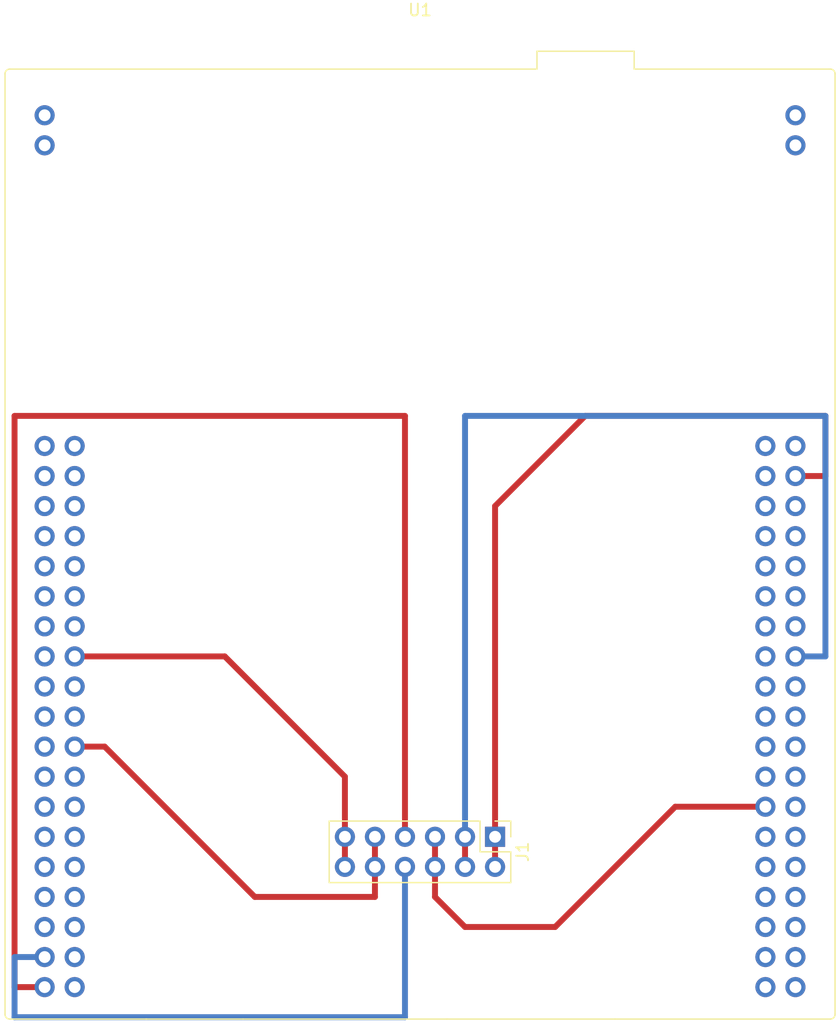
<source format=kicad_pcb>
(kicad_pcb (version 20171130) (host pcbnew 5.1.6-c6e7f7d~87~ubuntu18.04.1)

  (general
    (thickness 1.6)
    (drawings 0)
    (tracks 38)
    (zones 0)
    (modules 2)
    (nets 81)
  )

  (page A4)
  (layers
    (0 F.Cu signal)
    (31 B.Cu signal)
    (32 B.Adhes user)
    (33 F.Adhes user)
    (34 B.Paste user)
    (35 F.Paste user)
    (36 B.SilkS user)
    (37 F.SilkS user)
    (38 B.Mask user)
    (39 F.Mask user)
    (40 Dwgs.User user)
    (41 Cmts.User user)
    (42 Eco1.User user)
    (43 Eco2.User user)
    (44 Edge.Cuts user)
    (45 Margin user)
    (46 B.CrtYd user)
    (47 F.CrtYd user)
    (48 B.Fab user hide)
    (49 F.Fab user hide)
  )

  (setup
    (last_trace_width 0.25)
    (user_trace_width 0.5)
    (trace_clearance 0.2)
    (zone_clearance 0.508)
    (zone_45_only no)
    (trace_min 0.2)
    (via_size 0.8)
    (via_drill 0.4)
    (via_min_size 0.4)
    (via_min_drill 0.3)
    (uvia_size 0.3)
    (uvia_drill 0.1)
    (uvias_allowed no)
    (uvia_min_size 0.2)
    (uvia_min_drill 0.1)
    (edge_width 0.05)
    (segment_width 0.2)
    (pcb_text_width 0.3)
    (pcb_text_size 1.5 1.5)
    (mod_edge_width 0.12)
    (mod_text_size 1 1)
    (mod_text_width 0.15)
    (pad_size 1.524 1.524)
    (pad_drill 0.762)
    (pad_to_mask_clearance 0.05)
    (aux_axis_origin 0 0)
    (visible_elements FFFFFF7F)
    (pcbplotparams
      (layerselection 0x010fc_ffffffff)
      (usegerberextensions false)
      (usegerberattributes true)
      (usegerberadvancedattributes true)
      (creategerberjobfile true)
      (excludeedgelayer true)
      (linewidth 0.100000)
      (plotframeref false)
      (viasonmask false)
      (mode 1)
      (useauxorigin false)
      (hpglpennumber 1)
      (hpglpenspeed 20)
      (hpglpendiameter 15.000000)
      (psnegative false)
      (psa4output false)
      (plotreference true)
      (plotvalue true)
      (plotinvisibletext false)
      (padsonsilk false)
      (subtractmaskfromsilk false)
      (outputformat 1)
      (mirror false)
      (drillshape 1)
      (scaleselection 1)
      (outputdirectory ""))
  )

  (net 0 "")
  (net 1 GNDS)
  (net 2 +3V3)
  (net 3 /I2S_OUT)
  (net 4 /I2S_IN)
  (net 5 /I2S_SCLK)
  (net 6 /I2S_LRCK)
  (net 7 /I2S_MCLK)
  (net 8 "Net-(U1-Pad80)")
  (net 9 "Net-(U1-Pad79)")
  (net 10 "Net-(U1-Pad76)")
  (net 11 "Net-(U1-Pad75)")
  (net 12 "Net-(U1-Pad74)")
  (net 13 "Net-(U1-Pad73)")
  (net 14 "Net-(U1-Pad72)")
  (net 15 "Net-(U1-Pad71)")
  (net 16 "Net-(U1-Pad70)")
  (net 17 "Net-(U1-Pad69)")
  (net 18 "Net-(U1-Pad68)")
  (net 19 "Net-(U1-Pad67)")
  (net 20 "Net-(U1-Pad66)")
  (net 21 "Net-(U1-Pad65)")
  (net 22 "Net-(U1-Pad64)")
  (net 23 "Net-(U1-Pad62)")
  (net 24 "Net-(U1-Pad61)")
  (net 25 "Net-(U1-Pad60)")
  (net 26 "Net-(U1-Pad59)")
  (net 27 "Net-(U1-Pad58)")
  (net 28 "Net-(U1-Pad57)")
  (net 29 "Net-(U1-Pad56)")
  (net 30 "Net-(U1-Pad55)")
  (net 31 "Net-(U1-Pad53)")
  (net 32 "Net-(U1-Pad52)")
  (net 33 "Net-(U1-Pad51)")
  (net 34 "Net-(U1-Pad50)")
  (net 35 "Net-(U1-Pad49)")
  (net 36 "Net-(U1-Pad48)")
  (net 37 "Net-(U1-Pad47)")
  (net 38 "Net-(U1-Pad46)")
  (net 39 "Net-(U1-Pad45)")
  (net 40 "Net-(U1-Pad44)")
  (net 41 "Net-(U1-Pad43)")
  (net 42 "Net-(U1-Pad41)")
  (net 43 "Net-(U1-Pad40)")
  (net 44 "Net-(U1-Pad39)")
  (net 45 "Net-(U1-Pad38)")
  (net 46 "Net-(U1-Pad36)")
  (net 47 "Net-(U1-Pad34)")
  (net 48 "Net-(U1-Pad33)")
  (net 49 "Net-(U1-Pad32)")
  (net 50 "Net-(U1-Pad31)")
  (net 51 "Net-(U1-Pad30)")
  (net 52 "Net-(U1-Pad29)")
  (net 53 "Net-(U1-Pad28)")
  (net 54 "Net-(U1-Pad27)")
  (net 55 "Net-(U1-Pad26)")
  (net 56 "Net-(U1-Pad25)")
  (net 57 "Net-(U1-Pad24)")
  (net 58 "Net-(U1-Pad23)")
  (net 59 "Net-(U1-Pad21)")
  (net 60 "Net-(U1-Pad20)")
  (net 61 "Net-(U1-Pad19)")
  (net 62 "Net-(U1-Pad18)")
  (net 63 "Net-(U1-Pad17)")
  (net 64 "Net-(U1-Pad15)")
  (net 65 "Net-(U1-Pad14)")
  (net 66 "Net-(U1-Pad13)")
  (net 67 "Net-(U1-Pad12)")
  (net 68 "Net-(U1-Pad11)")
  (net 69 "Net-(U1-Pad10)")
  (net 70 "Net-(U1-Pad9)")
  (net 71 "Net-(U1-Pad8)")
  (net 72 "Net-(U1-Pad7)")
  (net 73 "Net-(U1-Pad6)")
  (net 74 "Net-(U1-Pad5)")
  (net 75 "Net-(U1-Pad4)")
  (net 76 "Net-(U1-Pad3)")
  (net 77 "Net-(U1-Pad2)")
  (net 78 "Net-(U1-Pad1)")
  (net 79 "Net-(U1-Pad78)")
  (net 80 "Net-(U1-Pad77)")

  (net_class Default "This is the default net class."
    (clearance 0.2)
    (trace_width 0.25)
    (via_dia 0.8)
    (via_drill 0.4)
    (uvia_dia 0.3)
    (uvia_drill 0.1)
    (add_net +3V3)
    (add_net /I2S_IN)
    (add_net /I2S_LRCK)
    (add_net /I2S_MCLK)
    (add_net /I2S_OUT)
    (add_net /I2S_SCLK)
    (add_net GNDS)
    (add_net "Net-(U1-Pad1)")
    (add_net "Net-(U1-Pad10)")
    (add_net "Net-(U1-Pad11)")
    (add_net "Net-(U1-Pad12)")
    (add_net "Net-(U1-Pad13)")
    (add_net "Net-(U1-Pad14)")
    (add_net "Net-(U1-Pad15)")
    (add_net "Net-(U1-Pad17)")
    (add_net "Net-(U1-Pad18)")
    (add_net "Net-(U1-Pad19)")
    (add_net "Net-(U1-Pad2)")
    (add_net "Net-(U1-Pad20)")
    (add_net "Net-(U1-Pad21)")
    (add_net "Net-(U1-Pad23)")
    (add_net "Net-(U1-Pad24)")
    (add_net "Net-(U1-Pad25)")
    (add_net "Net-(U1-Pad26)")
    (add_net "Net-(U1-Pad27)")
    (add_net "Net-(U1-Pad28)")
    (add_net "Net-(U1-Pad29)")
    (add_net "Net-(U1-Pad3)")
    (add_net "Net-(U1-Pad30)")
    (add_net "Net-(U1-Pad31)")
    (add_net "Net-(U1-Pad32)")
    (add_net "Net-(U1-Pad33)")
    (add_net "Net-(U1-Pad34)")
    (add_net "Net-(U1-Pad36)")
    (add_net "Net-(U1-Pad38)")
    (add_net "Net-(U1-Pad39)")
    (add_net "Net-(U1-Pad4)")
    (add_net "Net-(U1-Pad40)")
    (add_net "Net-(U1-Pad41)")
    (add_net "Net-(U1-Pad43)")
    (add_net "Net-(U1-Pad44)")
    (add_net "Net-(U1-Pad45)")
    (add_net "Net-(U1-Pad46)")
    (add_net "Net-(U1-Pad47)")
    (add_net "Net-(U1-Pad48)")
    (add_net "Net-(U1-Pad49)")
    (add_net "Net-(U1-Pad5)")
    (add_net "Net-(U1-Pad50)")
    (add_net "Net-(U1-Pad51)")
    (add_net "Net-(U1-Pad52)")
    (add_net "Net-(U1-Pad53)")
    (add_net "Net-(U1-Pad55)")
    (add_net "Net-(U1-Pad56)")
    (add_net "Net-(U1-Pad57)")
    (add_net "Net-(U1-Pad58)")
    (add_net "Net-(U1-Pad59)")
    (add_net "Net-(U1-Pad6)")
    (add_net "Net-(U1-Pad60)")
    (add_net "Net-(U1-Pad61)")
    (add_net "Net-(U1-Pad62)")
    (add_net "Net-(U1-Pad64)")
    (add_net "Net-(U1-Pad65)")
    (add_net "Net-(U1-Pad66)")
    (add_net "Net-(U1-Pad67)")
    (add_net "Net-(U1-Pad68)")
    (add_net "Net-(U1-Pad69)")
    (add_net "Net-(U1-Pad7)")
    (add_net "Net-(U1-Pad70)")
    (add_net "Net-(U1-Pad71)")
    (add_net "Net-(U1-Pad72)")
    (add_net "Net-(U1-Pad73)")
    (add_net "Net-(U1-Pad74)")
    (add_net "Net-(U1-Pad75)")
    (add_net "Net-(U1-Pad76)")
    (add_net "Net-(U1-Pad77)")
    (add_net "Net-(U1-Pad78)")
    (add_net "Net-(U1-Pad79)")
    (add_net "Net-(U1-Pad8)")
    (add_net "Net-(U1-Pad80)")
    (add_net "Net-(U1-Pad9)")
  )

  (module ST_Nucleo:ST_Morpho_Connector_64_STLink (layer F.Cu) (tedit 5F4AB4ED) (tstamp 5F4B66D3)
    (at 76.204 78.7395)
    (descr "ST Morpho Connector 64 With STLink")
    (tags "ST Morpho Connector 64 STLink")
    (path /5F55E3DE)
    (fp_text reference U1 (at 31.75 -36.83) (layer F.SilkS)
      (effects (font (size 1 1) (thickness 0.15)))
    )
    (fp_text value NUCLEO64-F411RE (at 31.75 -35.56) (layer F.Fab)
      (effects (font (size 1 1) (thickness 0.15)))
    )
    (fp_line (start 66.45 48.32) (end -2.95 48.32) (layer F.Fab) (width 0.1))
    (fp_line (start -3.25 48.02) (end -3.25 -31.44) (layer F.Fab) (width 0.1))
    (fp_line (start 66.75 48.02) (end 66.75 -31.44) (layer F.Fab) (width 0.1))
    (fp_line (start 66.45 -31.74) (end -2.95 -31.74) (layer F.Fab) (width 0.1))
    (fp_line (start 48.26 48.42) (end 66.45 48.42) (layer F.SilkS) (width 0.12))
    (fp_line (start 66.85 48.02) (end 66.85 -31.44) (layer F.SilkS) (width 0.12))
    (fp_line (start 41.64 -31.84) (end -2.95 -31.84) (layer F.SilkS) (width 0.12))
    (fp_line (start -3.35 -31.44) (end -3.35 48.02) (layer F.SilkS) (width 0.12))
    (fp_line (start 50.25 -32.24) (end 67.25 -32.24) (layer F.CrtYd) (width 0.05))
    (fp_line (start -3.75 -32.24) (end -3.75 48.82) (layer F.CrtYd) (width 0.05))
    (fp_line (start 67.25 48.82) (end 67.25 -32.24) (layer F.CrtYd) (width 0.05))
    (fp_line (start 67.25 48.82) (end 48.65 48.82) (layer F.CrtYd) (width 0.05))
    (fp_line (start 48.26 48.42) (end 34.04 48.42) (layer F.SilkS) (width 0.12))
    (fp_line (start 8.64 48.42) (end -2.95 48.42) (layer F.SilkS) (width 0.12))
    (fp_line (start 33.66 48.82) (end 48.65 48.82) (layer F.CrtYd) (width 0.05))
    (fp_line (start -3.75 48.82) (end 8.25 48.82) (layer F.CrtYd) (width 0.05))
    (fp_line (start 41.75 -27.74) (end 49.75 -27.74) (layer F.Fab) (width 0.12))
    (fp_line (start 41.75 -33.24) (end 49.75 -33.24) (layer F.Fab) (width 0.12))
    (fp_line (start 49.75 -33.24) (end 49.75 -27.74) (layer F.Fab) (width 0.12))
    (fp_line (start 34.04 48.42) (end 16.7838 48.42124) (layer F.SilkS) (width 0.12))
    (fp_line (start 8.5638 48.42124) (end 16.7838 48.42124) (layer F.SilkS) (width 0.12))
    (fp_line (start 41.64 -31.84) (end 41.64 -33.35) (layer F.SilkS) (width 0.12))
    (fp_line (start 41.64 -33.35) (end 49.86 -33.35) (layer F.SilkS) (width 0.12))
    (fp_line (start 49.86 -33.35) (end 49.86 -31.84) (layer F.SilkS) (width 0.12))
    (fp_line (start 49.86 -31.84) (end 66.45 -31.84) (layer F.SilkS) (width 0.12))
    (fp_line (start 41.75 -27.74) (end 41.75 -33.24) (layer F.Fab) (width 0.12))
    (fp_line (start 8.1738 48.82124) (end 17.1738 48.82124) (layer F.CrtYd) (width 0.05))
    (fp_line (start 17.1738 48.82124) (end 33.66 48.82) (layer F.CrtYd) (width 0.05))
    (fp_line (start 41.25 -33.74) (end 50.25 -33.74) (layer F.CrtYd) (width 0.05))
    (fp_line (start 50.25 -32.24) (end 50.25 -33.74) (layer F.CrtYd) (width 0.05))
    (fp_line (start 41.25 -32.24) (end 41.25 -33.74) (layer F.CrtYd) (width 0.05))
    (fp_line (start 41.25 -32.24) (end -3.75 -32.24) (layer F.CrtYd) (width 0.05))
    (fp_arc (start 66.45 48.02) (end 66.85 48.02) (angle 90) (layer F.SilkS) (width 0.12))
    (fp_arc (start -2.95 48.02) (end -2.95 48.42) (angle 90) (layer F.SilkS) (width 0.12))
    (fp_arc (start -2.95 -31.44) (end -3.35 -31.44) (angle 90) (layer F.SilkS) (width 0.12))
    (fp_arc (start 66.45 -31.44) (end 66.45 -31.84) (angle 90) (layer F.SilkS) (width 0.12))
    (fp_arc (start 66.45 -31.44) (end 66.45 -31.74) (angle 90) (layer F.Fab) (width 0.1))
    (fp_arc (start -2.95 -31.44) (end -3.25 -31.44) (angle 90) (layer F.Fab) (width 0.1))
    (fp_arc (start 66.45 48.02) (end 66.75 48.02) (angle 90) (layer F.Fab) (width 0.1))
    (fp_arc (start -2.95 48.02) (end -2.95 48.32) (angle 90) (layer F.Fab) (width 0.1))
    (fp_text user %R (at 31.75 34.96) (layer F.Fab)
      (effects (font (size 1 1) (thickness 0.15)))
    )
    (pad 3 thru_hole circle (at 0 2.54) (size 1.7 1.7) (drill 1) (layers *.Cu *.Mask)
      (net 76 "Net-(U1-Pad3)"))
    (pad 1 thru_hole circle (at 0 0) (size 1.7 1.7) (drill 1) (layers *.Cu *.Mask)
      (net 78 "Net-(U1-Pad1)"))
    (pad 79 thru_hole circle (at 63.5 -27.94) (size 1.7 1.7) (drill 1) (layers *.Cu *.Mask)
      (net 9 "Net-(U1-Pad79)"))
    (pad 80 thru_hole circle (at 63.5 -25.4) (size 1.7 1.7) (drill 1) (layers *.Cu *.Mask)
      (net 8 "Net-(U1-Pad80)"))
    (pad 76 thru_hole circle (at 63.5 45.72) (size 1.7 1.7) (drill 1) (layers *.Cu *.Mask)
      (net 10 "Net-(U1-Pad76)"))
    (pad 75 thru_hole circle (at 60.96 45.72) (size 1.7 1.7) (drill 1) (layers *.Cu *.Mask)
      (net 11 "Net-(U1-Pad75)"))
    (pad 74 thru_hole circle (at 63.5 43.18) (size 1.7 1.7) (drill 1) (layers *.Cu *.Mask)
      (net 12 "Net-(U1-Pad74)"))
    (pad 73 thru_hole circle (at 60.96 43.18) (size 1.7 1.7) (drill 1) (layers *.Cu *.Mask)
      (net 13 "Net-(U1-Pad73)"))
    (pad 72 thru_hole circle (at 63.49746 40.64) (size 1.7 1.7) (drill 1) (layers *.Cu *.Mask)
      (net 14 "Net-(U1-Pad72)"))
    (pad 71 thru_hole circle (at 60.95746 40.64) (size 1.7 1.7) (drill 1) (layers *.Cu *.Mask)
      (net 15 "Net-(U1-Pad71)"))
    (pad 70 thru_hole circle (at 63.49746 38.1) (size 1.7 1.7) (drill 1) (layers *.Cu *.Mask)
      (net 16 "Net-(U1-Pad70)"))
    (pad 69 thru_hole circle (at 60.95746 38.1) (size 1.7 1.7) (drill 1) (layers *.Cu *.Mask)
      (net 17 "Net-(U1-Pad69)"))
    (pad 68 thru_hole circle (at 63.49746 35.56) (size 1.7 1.7) (drill 1) (layers *.Cu *.Mask)
      (net 18 "Net-(U1-Pad68)"))
    (pad 67 thru_hole circle (at 60.95746 35.56) (size 1.7 1.7) (drill 1) (layers *.Cu *.Mask)
      (net 19 "Net-(U1-Pad67)"))
    (pad 66 thru_hole circle (at 63.49746 33.02) (size 1.7 1.7) (drill 1) (layers *.Cu *.Mask)
      (net 20 "Net-(U1-Pad66)"))
    (pad 65 thru_hole circle (at 60.95746 33.02) (size 1.7 1.7) (drill 1) (layers *.Cu *.Mask)
      (net 21 "Net-(U1-Pad65)"))
    (pad 64 thru_hole circle (at 63.49746 30.48) (size 1.7 1.7) (drill 1) (layers *.Cu *.Mask)
      (net 22 "Net-(U1-Pad64)"))
    (pad 63 thru_hole circle (at 60.95746 30.48) (size 1.7 1.7) (drill 1) (layers *.Cu *.Mask)
      (net 5 /I2S_SCLK))
    (pad 62 thru_hole circle (at 63.49746 27.94) (size 1.7 1.7) (drill 1) (layers *.Cu *.Mask)
      (net 23 "Net-(U1-Pad62)"))
    (pad 61 thru_hole circle (at 60.95746 27.94) (size 1.7 1.7) (drill 1) (layers *.Cu *.Mask)
      (net 24 "Net-(U1-Pad61)"))
    (pad 60 thru_hole circle (at 63.49746 25.4) (size 1.7 1.7) (drill 1) (layers *.Cu *.Mask)
      (net 25 "Net-(U1-Pad60)"))
    (pad 59 thru_hole circle (at 60.95746 25.4) (size 1.7 1.7) (drill 1) (layers *.Cu *.Mask)
      (net 26 "Net-(U1-Pad59)"))
    (pad 58 thru_hole circle (at 63.49746 22.86) (size 1.7 1.7) (drill 1) (layers *.Cu *.Mask)
      (net 27 "Net-(U1-Pad58)"))
    (pad 57 thru_hole circle (at 60.95746 22.86) (size 1.7 1.7) (drill 1) (layers *.Cu *.Mask)
      (net 28 "Net-(U1-Pad57)"))
    (pad 56 thru_hole circle (at 63.49746 20.32) (size 1.7 1.7) (drill 1) (layers *.Cu *.Mask)
      (net 29 "Net-(U1-Pad56)"))
    (pad 55 thru_hole circle (at 60.95746 20.32) (size 1.7 1.7) (drill 1) (layers *.Cu *.Mask)
      (net 30 "Net-(U1-Pad55)"))
    (pad 54 thru_hole circle (at 63.49746 17.78) (size 1.7 1.7) (drill 1) (layers *.Cu *.Mask)
      (net 6 /I2S_LRCK))
    (pad 53 thru_hole circle (at 60.95746 17.78) (size 1.7 1.7) (drill 1) (layers *.Cu *.Mask)
      (net 31 "Net-(U1-Pad53)"))
    (pad 52 thru_hole circle (at 63.49746 15.24) (size 1.7 1.7) (drill 1) (layers *.Cu *.Mask)
      (net 32 "Net-(U1-Pad52)"))
    (pad 51 thru_hole circle (at 60.95746 15.24) (size 1.7 1.7) (drill 1) (layers *.Cu *.Mask)
      (net 33 "Net-(U1-Pad51)"))
    (pad 50 thru_hole circle (at 63.49746 12.7) (size 1.7 1.7) (drill 1) (layers *.Cu *.Mask)
      (net 34 "Net-(U1-Pad50)"))
    (pad 49 thru_hole circle (at 60.95746 12.7) (size 1.7 1.7) (drill 1) (layers *.Cu *.Mask)
      (net 35 "Net-(U1-Pad49)"))
    (pad 48 thru_hole circle (at 63.49746 10.16) (size 1.7 1.7) (drill 1) (layers *.Cu *.Mask)
      (net 36 "Net-(U1-Pad48)"))
    (pad 47 thru_hole circle (at 60.95746 10.16) (size 1.7 1.7) (drill 1) (layers *.Cu *.Mask)
      (net 37 "Net-(U1-Pad47)"))
    (pad 46 thru_hole circle (at 63.49746 7.62) (size 1.7 1.7) (drill 1) (layers *.Cu *.Mask)
      (net 38 "Net-(U1-Pad46)"))
    (pad 45 thru_hole circle (at 60.95746 7.62) (size 1.7 1.7) (drill 1) (layers *.Cu *.Mask)
      (net 39 "Net-(U1-Pad45)"))
    (pad 44 thru_hole circle (at 63.49746 5.08) (size 1.7 1.7) (drill 1) (layers *.Cu *.Mask)
      (net 40 "Net-(U1-Pad44)"))
    (pad 43 thru_hole circle (at 60.95746 5.08) (size 1.7 1.7) (drill 1) (layers *.Cu *.Mask)
      (net 41 "Net-(U1-Pad43)"))
    (pad 42 thru_hole circle (at 63.49746 2.54) (size 1.7 1.7) (drill 1) (layers *.Cu *.Mask)
      (net 7 /I2S_MCLK))
    (pad 41 thru_hole circle (at 60.95746 2.54) (size 1.7 1.7) (drill 1) (layers *.Cu *.Mask)
      (net 42 "Net-(U1-Pad41)"))
    (pad 40 thru_hole circle (at 63.49746 0) (size 1.7 1.7) (drill 1) (layers *.Cu *.Mask)
      (net 43 "Net-(U1-Pad40)"))
    (pad 39 thru_hole circle (at 60.95746 0) (size 1.7 1.7) (drill 1) (layers *.Cu *.Mask)
      (net 44 "Net-(U1-Pad39)"))
    (pad 38 thru_hole circle (at 2.54 45.72) (size 1.7 1.7) (drill 1) (layers *.Cu *.Mask)
      (net 45 "Net-(U1-Pad38)"))
    (pad 37 thru_hole circle (at 0 45.72) (size 1.7 1.7) (drill 1) (layers *.Cu *.Mask)
      (net 3 /I2S_OUT))
    (pad 36 thru_hole circle (at 2.54 43.18) (size 1.7 1.7) (drill 1) (layers *.Cu *.Mask)
      (net 46 "Net-(U1-Pad36)"))
    (pad 35 thru_hole circle (at 0 43.18) (size 1.7 1.7) (drill 1) (layers *.Cu *.Mask)
      (net 4 /I2S_IN))
    (pad 34 thru_hole circle (at 2.54 40.64) (size 1.7 1.7) (drill 1) (layers *.Cu *.Mask)
      (net 47 "Net-(U1-Pad34)"))
    (pad 33 thru_hole circle (at 0 40.64) (size 1.7 1.7) (drill 1) (layers *.Cu *.Mask)
      (net 48 "Net-(U1-Pad33)"))
    (pad 32 thru_hole circle (at 2.54 38.1) (size 1.7 1.7) (drill 1) (layers *.Cu *.Mask)
      (net 49 "Net-(U1-Pad32)"))
    (pad 31 thru_hole circle (at 0 38.1) (size 1.7 1.7) (drill 1) (layers *.Cu *.Mask)
      (net 50 "Net-(U1-Pad31)"))
    (pad 30 thru_hole circle (at 2.54 35.56) (size 1.7 1.7) (drill 1) (layers *.Cu *.Mask)
      (net 51 "Net-(U1-Pad30)"))
    (pad 29 thru_hole circle (at 0 35.56) (size 1.7 1.7) (drill 1) (layers *.Cu *.Mask)
      (net 52 "Net-(U1-Pad29)"))
    (pad 28 thru_hole circle (at 2.54 33.02) (size 1.7 1.7) (drill 1) (layers *.Cu *.Mask)
      (net 53 "Net-(U1-Pad28)"))
    (pad 27 thru_hole circle (at 0 33.02) (size 1.7 1.7) (drill 1) (layers *.Cu *.Mask)
      (net 54 "Net-(U1-Pad27)"))
    (pad 26 thru_hole circle (at 2.54 30.48) (size 1.7 1.7) (drill 1) (layers *.Cu *.Mask)
      (net 55 "Net-(U1-Pad26)"))
    (pad 25 thru_hole circle (at 0 30.48) (size 1.7 1.7) (drill 1) (layers *.Cu *.Mask)
      (net 56 "Net-(U1-Pad25)"))
    (pad 24 thru_hole circle (at 2.54 27.94) (size 1.7 1.7) (drill 1) (layers *.Cu *.Mask)
      (net 57 "Net-(U1-Pad24)"))
    (pad 23 thru_hole circle (at 0 27.94) (size 1.7 1.7) (drill 1) (layers *.Cu *.Mask)
      (net 58 "Net-(U1-Pad23)"))
    (pad 22 thru_hole circle (at 2.54 25.4) (size 1.7 1.7) (drill 1) (layers *.Cu *.Mask)
      (net 1 GNDS))
    (pad 21 thru_hole circle (at 0 25.4) (size 1.7 1.7) (drill 1) (layers *.Cu *.Mask)
      (net 59 "Net-(U1-Pad21)"))
    (pad 20 thru_hole circle (at 2.54 22.86) (size 1.7 1.7) (drill 1) (layers *.Cu *.Mask)
      (net 60 "Net-(U1-Pad20)"))
    (pad 19 thru_hole circle (at 0 22.86) (size 1.7 1.7) (drill 1) (layers *.Cu *.Mask)
      (net 61 "Net-(U1-Pad19)"))
    (pad 18 thru_hole circle (at 2.54 20.32) (size 1.7 1.7) (drill 1) (layers *.Cu *.Mask)
      (net 62 "Net-(U1-Pad18)"))
    (pad 17 thru_hole circle (at 0 20.32) (size 1.7 1.7) (drill 1) (layers *.Cu *.Mask)
      (net 63 "Net-(U1-Pad17)"))
    (pad 16 thru_hole circle (at 2.54 17.78) (size 1.7 1.7) (drill 1) (layers *.Cu *.Mask)
      (net 2 +3V3))
    (pad 15 thru_hole circle (at 0 17.78) (size 1.7 1.7) (drill 1) (layers *.Cu *.Mask)
      (net 64 "Net-(U1-Pad15)"))
    (pad 14 thru_hole circle (at 2.54 15.24) (size 1.7 1.7) (drill 1) (layers *.Cu *.Mask)
      (net 65 "Net-(U1-Pad14)"))
    (pad 13 thru_hole circle (at 0 15.24) (size 1.7 1.7) (drill 1) (layers *.Cu *.Mask)
      (net 66 "Net-(U1-Pad13)"))
    (pad 12 thru_hole circle (at 2.54 12.7) (size 1.7 1.7) (drill 1) (layers *.Cu *.Mask)
      (net 67 "Net-(U1-Pad12)"))
    (pad 11 thru_hole circle (at 0 12.7) (size 1.7 1.7) (drill 1) (layers *.Cu *.Mask)
      (net 68 "Net-(U1-Pad11)"))
    (pad 10 thru_hole circle (at 2.54 10.16) (size 1.7 1.7) (drill 1) (layers *.Cu *.Mask)
      (net 69 "Net-(U1-Pad10)"))
    (pad 9 thru_hole circle (at 0 10.16) (size 1.7 1.7) (drill 1) (layers *.Cu *.Mask)
      (net 70 "Net-(U1-Pad9)"))
    (pad 8 thru_hole circle (at 2.54 7.62) (size 1.7 1.7) (drill 1) (layers *.Cu *.Mask)
      (net 71 "Net-(U1-Pad8)"))
    (pad 7 thru_hole circle (at 0 7.62) (size 1.7 1.7) (drill 1) (layers *.Cu *.Mask)
      (net 72 "Net-(U1-Pad7)"))
    (pad 6 thru_hole circle (at 2.54 5.08) (size 1.7 1.7) (drill 1) (layers *.Cu *.Mask)
      (net 73 "Net-(U1-Pad6)"))
    (pad 5 thru_hole circle (at 0 5.08) (size 1.7 1.7) (drill 1) (layers *.Cu *.Mask)
      (net 74 "Net-(U1-Pad5)"))
    (pad 4 thru_hole circle (at 2.54 2.54) (size 1.7 1.7) (drill 1) (layers *.Cu *.Mask)
      (net 75 "Net-(U1-Pad4)"))
    (pad 78 thru_hole circle (at 0 -25.4) (size 1.7 1.7) (drill 1) (layers *.Cu *.Mask)
      (net 79 "Net-(U1-Pad78)"))
    (pad 2 thru_hole circle (at 2.54 0) (size 1.7 1.7) (drill 1) (layers *.Cu *.Mask)
      (net 77 "Net-(U1-Pad2)"))
    (pad 77 thru_hole circle (at 0 -27.94) (size 1.7 1.7) (drill 1) (layers *.Cu *.Mask)
      (net 80 "Net-(U1-Pad77)"))
    (model ${KISYS3DMOD}/Connector_PinSocket_2.54mm.3dshapes/PinSocket_2x19_P2.54mm_Vertical.step
      (offset (xyz 0 0 -0.5))
      (scale (xyz 1 1 1))
      (rotate (xyz 0 180 0))
    )
    (model ${KISYS3DMOD}/Connector_PinSocket_2.54mm.3dshapes/PinSocket_2x19_P2.54mm_Vertical.step
      (offset (xyz 61 0 -0.5))
      (scale (xyz 1 1 1))
      (rotate (xyz 0 180 0))
    )
  )

  (module Connector_PinHeader_2.54mm:PinHeader_2x06_P2.54mm_Vertical (layer F.Cu) (tedit 59FED5CC) (tstamp 5F4B6656)
    (at 114.3 111.76 270)
    (descr "Through hole straight pin header, 2x06, 2.54mm pitch, double rows")
    (tags "Through hole pin header THT 2x06 2.54mm double row")
    (path /5F446EFD)
    (fp_text reference J1 (at 1.27 -2.33 90) (layer F.SilkS)
      (effects (font (size 1 1) (thickness 0.15)))
    )
    (fp_text value Conn_02x06_Odd_Even (at 1.27 15.03 90) (layer F.Fab)
      (effects (font (size 1 1) (thickness 0.15)))
    )
    (fp_line (start 0 -1.27) (end 3.81 -1.27) (layer F.Fab) (width 0.1))
    (fp_line (start 3.81 -1.27) (end 3.81 13.97) (layer F.Fab) (width 0.1))
    (fp_line (start 3.81 13.97) (end -1.27 13.97) (layer F.Fab) (width 0.1))
    (fp_line (start -1.27 13.97) (end -1.27 0) (layer F.Fab) (width 0.1))
    (fp_line (start -1.27 0) (end 0 -1.27) (layer F.Fab) (width 0.1))
    (fp_line (start -1.33 14.03) (end 3.87 14.03) (layer F.SilkS) (width 0.12))
    (fp_line (start -1.33 1.27) (end -1.33 14.03) (layer F.SilkS) (width 0.12))
    (fp_line (start 3.87 -1.33) (end 3.87 14.03) (layer F.SilkS) (width 0.12))
    (fp_line (start -1.33 1.27) (end 1.27 1.27) (layer F.SilkS) (width 0.12))
    (fp_line (start 1.27 1.27) (end 1.27 -1.33) (layer F.SilkS) (width 0.12))
    (fp_line (start 1.27 -1.33) (end 3.87 -1.33) (layer F.SilkS) (width 0.12))
    (fp_line (start -1.33 0) (end -1.33 -1.33) (layer F.SilkS) (width 0.12))
    (fp_line (start -1.33 -1.33) (end 0 -1.33) (layer F.SilkS) (width 0.12))
    (fp_line (start -1.8 -1.8) (end -1.8 14.5) (layer F.CrtYd) (width 0.05))
    (fp_line (start -1.8 14.5) (end 4.35 14.5) (layer F.CrtYd) (width 0.05))
    (fp_line (start 4.35 14.5) (end 4.35 -1.8) (layer F.CrtYd) (width 0.05))
    (fp_line (start 4.35 -1.8) (end -1.8 -1.8) (layer F.CrtYd) (width 0.05))
    (fp_text user %R (at 1.27 6.35) (layer F.Fab)
      (effects (font (size 1 1) (thickness 0.15)))
    )
    (pad 12 thru_hole oval (at 2.54 12.7 270) (size 1.7 1.7) (drill 1) (layers *.Cu *.Mask)
      (net 2 +3V3))
    (pad 11 thru_hole oval (at 0 12.7 270) (size 1.7 1.7) (drill 1) (layers *.Cu *.Mask)
      (net 2 +3V3))
    (pad 10 thru_hole oval (at 2.54 10.16 270) (size 1.7 1.7) (drill 1) (layers *.Cu *.Mask)
      (net 1 GNDS))
    (pad 9 thru_hole oval (at 0 10.16 270) (size 1.7 1.7) (drill 1) (layers *.Cu *.Mask)
      (net 1 GNDS))
    (pad 8 thru_hole oval (at 2.54 7.62 270) (size 1.7 1.7) (drill 1) (layers *.Cu *.Mask)
      (net 4 /I2S_IN))
    (pad 7 thru_hole oval (at 0 7.62 270) (size 1.7 1.7) (drill 1) (layers *.Cu *.Mask)
      (net 3 /I2S_OUT))
    (pad 6 thru_hole oval (at 2.54 5.08 270) (size 1.7 1.7) (drill 1) (layers *.Cu *.Mask)
      (net 5 /I2S_SCLK))
    (pad 5 thru_hole oval (at 0 5.08 270) (size 1.7 1.7) (drill 1) (layers *.Cu *.Mask)
      (net 5 /I2S_SCLK))
    (pad 4 thru_hole oval (at 2.54 2.54 270) (size 1.7 1.7) (drill 1) (layers *.Cu *.Mask)
      (net 6 /I2S_LRCK))
    (pad 3 thru_hole oval (at 0 2.54 270) (size 1.7 1.7) (drill 1) (layers *.Cu *.Mask)
      (net 6 /I2S_LRCK))
    (pad 2 thru_hole oval (at 2.54 0 270) (size 1.7 1.7) (drill 1) (layers *.Cu *.Mask)
      (net 7 /I2S_MCLK))
    (pad 1 thru_hole rect (at 0 0 270) (size 1.7 1.7) (drill 1) (layers *.Cu *.Mask)
      (net 7 /I2S_MCLK))
    (model ${KISYS3DMOD}/Connector_PinHeader_2.54mm.3dshapes/PinHeader_2x06_P2.54mm_Vertical.wrl
      (at (xyz 0 0 0))
      (scale (xyz 1 1 1))
      (rotate (xyz 0 0 0))
    )
  )

  (segment (start 104.14 111.76) (end 104.14 114.3) (width 0.5) (layer F.Cu) (net 1))
  (segment (start 81.2795 104.1395) (end 78.744 104.1395) (width 0.5) (layer F.Cu) (net 1))
  (segment (start 93.98 116.84) (end 81.2795 104.1395) (width 0.5) (layer F.Cu) (net 1))
  (segment (start 104.14 114.3) (end 104.14 116.84) (width 0.5) (layer F.Cu) (net 1))
  (segment (start 104.14 116.84) (end 93.98 116.84) (width 0.5) (layer F.Cu) (net 1))
  (segment (start 101.6 114.3) (end 101.6 111.76) (width 0.5) (layer F.Cu) (net 2))
  (segment (start 101.6 111.76) (end 101.6 106.68) (width 0.5) (layer F.Cu) (net 2))
  (segment (start 91.4395 96.5195) (end 78.744 96.5195) (width 0.5) (layer F.Cu) (net 2))
  (segment (start 101.6 106.68) (end 91.4395 96.5195) (width 0.5) (layer F.Cu) (net 2))
  (segment (start 73.66 76.2) (end 73.66 124.46) (width 0.5) (layer F.Cu) (net 3))
  (segment (start 106.68 111.76) (end 106.68 76.2) (width 0.5) (layer F.Cu) (net 3))
  (segment (start 106.68 76.2) (end 73.66 76.2) (width 0.5) (layer F.Cu) (net 3))
  (segment (start 76.2035 124.46) (end 76.204 124.4595) (width 0.5) (layer F.Cu) (net 3))
  (segment (start 73.66 124.46) (end 76.2035 124.46) (width 0.5) (layer F.Cu) (net 3))
  (segment (start 106.68 114.3) (end 106.68 127) (width 0.5) (layer B.Cu) (net 4))
  (segment (start 106.68 127) (end 73.66 127) (width 0.5) (layer B.Cu) (net 4))
  (segment (start 73.66 127) (end 73.66 121.92) (width 0.5) (layer B.Cu) (net 4))
  (segment (start 76.2035 121.92) (end 76.204 121.9195) (width 0.5) (layer B.Cu) (net 4))
  (segment (start 73.66 121.92) (end 76.2035 121.92) (width 0.5) (layer B.Cu) (net 4))
  (segment (start 109.22 114.3) (end 109.22 111.76) (width 0.5) (layer F.Cu) (net 5))
  (segment (start 109.22 114.3) (end 109.22 116.84) (width 0.5) (layer F.Cu) (net 5))
  (segment (start 109.22 116.84) (end 111.76 119.38) (width 0.5) (layer F.Cu) (net 5))
  (segment (start 111.76 119.38) (end 119.38 119.38) (width 0.5) (layer F.Cu) (net 5))
  (segment (start 129.5405 109.2195) (end 137.16146 109.2195) (width 0.5) (layer F.Cu) (net 5))
  (segment (start 119.38 119.38) (end 129.5405 109.2195) (width 0.5) (layer F.Cu) (net 5))
  (segment (start 111.76 114.3) (end 111.76 111.76) (width 0.5) (layer F.Cu) (net 6))
  (segment (start 111.76 111.76) (end 111.76 76.2) (width 0.5) (layer B.Cu) (net 6))
  (segment (start 111.76 76.2) (end 142.24 76.2) (width 0.5) (layer B.Cu) (net 6))
  (segment (start 142.24 76.2) (end 142.24 96.52) (width 0.5) (layer B.Cu) (net 6))
  (segment (start 139.70196 96.52) (end 139.70146 96.5195) (width 0.5) (layer B.Cu) (net 6))
  (segment (start 142.24 96.52) (end 139.70196 96.52) (width 0.5) (layer B.Cu) (net 6))
  (segment (start 114.3 114.3) (end 114.3 111.76) (width 0.5) (layer F.Cu) (net 7))
  (segment (start 114.3 111.76) (end 114.3 83.82) (width 0.5) (layer F.Cu) (net 7))
  (segment (start 114.3 83.82) (end 121.92 76.2) (width 0.5) (layer F.Cu) (net 7))
  (segment (start 121.92 76.2) (end 142.24 76.2) (width 0.5) (layer F.Cu) (net 7))
  (segment (start 142.24 76.2) (end 142.24 81.28) (width 0.5) (layer F.Cu) (net 7))
  (segment (start 139.70196 81.28) (end 139.70146 81.2795) (width 0.5) (layer F.Cu) (net 7))
  (segment (start 142.24 81.28) (end 139.70196 81.28) (width 0.5) (layer F.Cu) (net 7))

)

</source>
